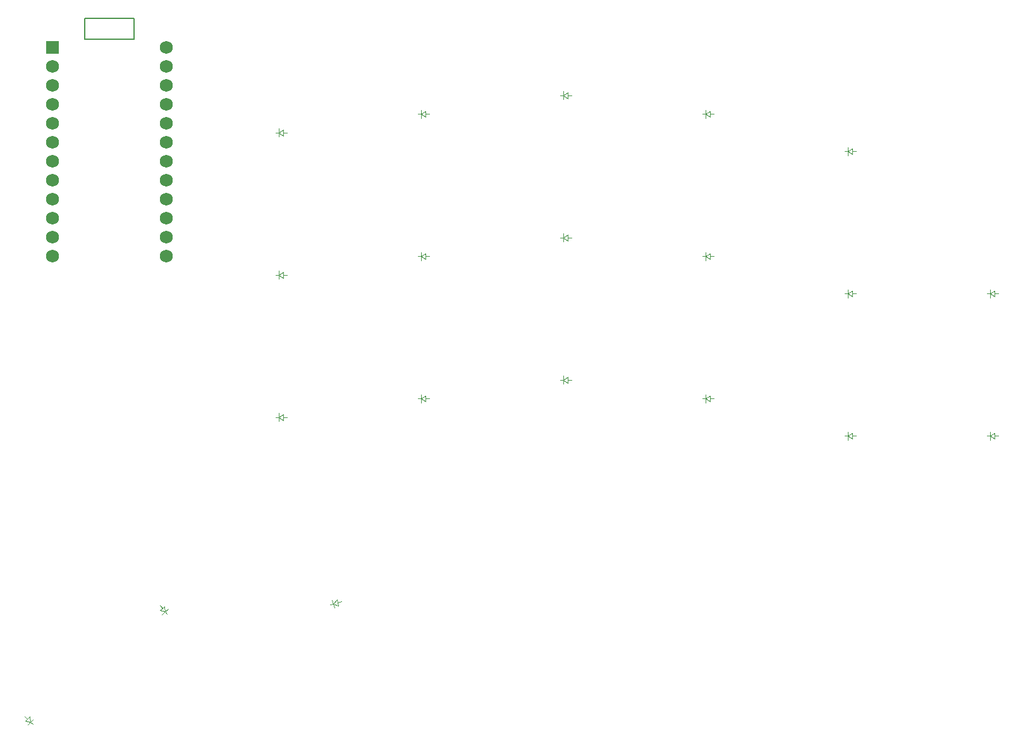
<source format=gbr>
%TF.GenerationSoftware,KiCad,Pcbnew,9.0.7*%
%TF.CreationDate,2026-02-08T22:38:48+02:00*%
%TF.ProjectId,juubo_right_unfinished,6a757562-6f5f-4726-9967-68745f756e66,v1.0.0*%
%TF.SameCoordinates,Original*%
%TF.FileFunction,Legend,Bot*%
%TF.FilePolarity,Positive*%
%FSLAX46Y46*%
G04 Gerber Fmt 4.6, Leading zero omitted, Abs format (unit mm)*
G04 Created by KiCad (PCBNEW 9.0.7) date 2026-02-08 22:38:48*
%MOMM*%
%LPD*%
G01*
G04 APERTURE LIST*
%ADD10C,0.150000*%
%ADD11C,0.100000*%
%ADD12R,1.752600X1.752600*%
%ADD13C,1.752600*%
G04 APERTURE END LIST*
D10*
%TO.C,T1*%
X143230000Y-103460500D02*
X143230000Y-106310500D01*
X143230000Y-106310500D02*
X149830000Y-106310500D01*
X146530000Y-103460500D02*
X143230000Y-103460500D01*
X146530000Y-103460500D02*
X149830000Y-103460500D01*
X148480000Y-103460500D02*
X144580000Y-103460500D01*
X149830000Y-106310500D02*
X149830000Y-103460500D01*
D11*
%TO.C,D9*%
X206930000Y-151900000D02*
X207330000Y-151900000D01*
X207330000Y-151900000D02*
X207330000Y-151350000D01*
X207330000Y-151900000D02*
X207330000Y-152450000D01*
X207330000Y-151900000D02*
X207930000Y-151500000D01*
X207930000Y-151500000D02*
X207930000Y-152300000D01*
X207930000Y-151900000D02*
X208430000Y-151900000D01*
X207930000Y-152300000D02*
X207330000Y-151900000D01*
%TO.C,D6*%
X225980000Y-154400000D02*
X226380000Y-154400000D01*
X226380000Y-154400000D02*
X226380000Y-153850000D01*
X226380000Y-154400000D02*
X226380000Y-154950000D01*
X226380000Y-154400000D02*
X226980000Y-154000000D01*
X226980000Y-154000000D02*
X226980000Y-154800000D01*
X226980000Y-154400000D02*
X227480000Y-154400000D01*
X226980000Y-154800000D02*
X226380000Y-154400000D01*
%TO.C,D4*%
X245030000Y-140350000D02*
X245430000Y-140350000D01*
X245430000Y-140350000D02*
X245430000Y-139800000D01*
X245430000Y-140350000D02*
X245430000Y-140900000D01*
X245430000Y-140350000D02*
X246030000Y-139950000D01*
X246030000Y-139950000D02*
X246030000Y-140750000D01*
X246030000Y-140350000D02*
X246530000Y-140350000D01*
X246030000Y-140750000D02*
X245430000Y-140350000D01*
%TO.C,D16*%
X168830000Y-137850000D02*
X169230000Y-137850000D01*
X169230000Y-137850000D02*
X169230000Y-137300000D01*
X169230000Y-137850000D02*
X169230000Y-138400000D01*
X169230000Y-137850000D02*
X169830000Y-137450000D01*
X169830000Y-137450000D02*
X169830000Y-138250000D01*
X169830000Y-137850000D02*
X170330000Y-137850000D01*
X169830000Y-138250000D02*
X169230000Y-137850000D01*
%TO.C,D15*%
X168830000Y-156900000D02*
X169230000Y-156900000D01*
X169230000Y-156900000D02*
X169230000Y-156350000D01*
X169230000Y-156900000D02*
X169230000Y-157450000D01*
X169230000Y-156900000D02*
X169830000Y-156500000D01*
X169830000Y-156500000D02*
X169830000Y-157300000D01*
X169830000Y-156900000D02*
X170330000Y-156900000D01*
X169830000Y-157300000D02*
X169230000Y-156900000D01*
%TO.C,D13*%
X187880000Y-135350000D02*
X188280000Y-135350000D01*
X188280000Y-135350000D02*
X188280000Y-134800000D01*
X188280000Y-135350000D02*
X188280000Y-135900000D01*
X188280000Y-135350000D02*
X188880000Y-134950000D01*
X188880000Y-134950000D02*
X188880000Y-135750000D01*
X188880000Y-135350000D02*
X189380000Y-135350000D01*
X188880000Y-135750000D02*
X188280000Y-135350000D01*
%TO.C,D2*%
X264080000Y-140350000D02*
X264480000Y-140350000D01*
X264480000Y-140350000D02*
X264480000Y-139800000D01*
X264480000Y-140350000D02*
X264480000Y-140900000D01*
X264480000Y-140350000D02*
X265080000Y-139950000D01*
X265080000Y-139950000D02*
X265080000Y-140750000D01*
X265080000Y-140350000D02*
X265580000Y-140350000D01*
X265080000Y-140750000D02*
X264480000Y-140350000D01*
%TO.C,D7*%
X225980000Y-135350000D02*
X226380000Y-135350000D01*
X226380000Y-135350000D02*
X226380000Y-134800000D01*
X226380000Y-135350000D02*
X226380000Y-135900000D01*
X226380000Y-135350000D02*
X226980000Y-134950000D01*
X226980000Y-134950000D02*
X226980000Y-135750000D01*
X226980000Y-135350000D02*
X227480000Y-135350000D01*
X226980000Y-135750000D02*
X226380000Y-135350000D01*
%TO.C,D10*%
X206930000Y-132850000D02*
X207330000Y-132850000D01*
X207330000Y-132850000D02*
X207330000Y-132300000D01*
X207330000Y-132850000D02*
X207330000Y-133400000D01*
X207330000Y-132850000D02*
X207930000Y-132450000D01*
X207930000Y-132450000D02*
X207930000Y-133250000D01*
X207930000Y-132850000D02*
X208430000Y-132850000D01*
X207930000Y-133250000D02*
X207330000Y-132850000D01*
%TO.C,D3*%
X245030000Y-159400000D02*
X245430000Y-159400000D01*
X245430000Y-159400000D02*
X245430000Y-158850000D01*
X245430000Y-159400000D02*
X245430000Y-159950000D01*
X245430000Y-159400000D02*
X246030000Y-159000000D01*
X246030000Y-159000000D02*
X246030000Y-159800000D01*
X246030000Y-159400000D02*
X246530000Y-159400000D01*
X246030000Y-159800000D02*
X245430000Y-159400000D01*
%TO.C,D8*%
X225980000Y-116300000D02*
X226380000Y-116300000D01*
X226380000Y-116300000D02*
X226380000Y-115750000D01*
X226380000Y-116300000D02*
X226380000Y-116850000D01*
X226380000Y-116300000D02*
X226980000Y-115900000D01*
X226980000Y-115900000D02*
X226980000Y-116700000D01*
X226980000Y-116300000D02*
X227480000Y-116300000D01*
X226980000Y-116700000D02*
X226380000Y-116300000D01*
%TO.C,D19*%
X153332452Y-182734573D02*
X153945288Y-182220343D01*
X153638870Y-182477458D02*
X153317476Y-182094436D01*
X153945288Y-182220343D02*
X154024543Y-182937085D01*
X154024543Y-182937085D02*
X153332452Y-182734573D01*
X154024543Y-182937085D02*
X153603218Y-183290618D01*
X154024543Y-182937085D02*
X154445867Y-182583551D01*
X154281658Y-183243502D02*
X154024543Y-182937085D01*
%TO.C,D1*%
X264080000Y-159400000D02*
X264480000Y-159400000D01*
X264480000Y-159400000D02*
X264480000Y-158850000D01*
X264480000Y-159400000D02*
X264480000Y-159950000D01*
X264480000Y-159400000D02*
X265080000Y-159000000D01*
X265080000Y-159000000D02*
X265080000Y-159800000D01*
X265080000Y-159400000D02*
X265580000Y-159400000D01*
X265080000Y-159800000D02*
X264480000Y-159400000D01*
%TO.C,D17*%
X168830000Y-118800000D02*
X169230000Y-118800000D01*
X169230000Y-118800000D02*
X169230000Y-118250000D01*
X169230000Y-118800000D02*
X169230000Y-119350000D01*
X169230000Y-118800000D02*
X169830000Y-118400000D01*
X169830000Y-118400000D02*
X169830000Y-119200000D01*
X169830000Y-118800000D02*
X170330000Y-118800000D01*
X169830000Y-119200000D02*
X169230000Y-118800000D01*
%TO.C,D12*%
X187880000Y-154400000D02*
X188280000Y-154400000D01*
X188280000Y-154400000D02*
X188280000Y-153850000D01*
X188280000Y-154400000D02*
X188280000Y-154950000D01*
X188280000Y-154400000D02*
X188880000Y-154000000D01*
X188880000Y-154000000D02*
X188880000Y-154800000D01*
X188880000Y-154400000D02*
X189380000Y-154400000D01*
X188880000Y-154800000D02*
X188280000Y-154400000D01*
%TO.C,D20*%
X135300711Y-197560838D02*
X135866396Y-196995153D01*
X135583553Y-197277995D02*
X135230000Y-196924442D01*
X135866396Y-196995153D02*
X136007817Y-197702259D01*
X136007817Y-197702259D02*
X135300711Y-197560838D01*
X136007817Y-197702259D02*
X135618909Y-198091168D01*
X136007817Y-197702259D02*
X136396726Y-197313351D01*
X136290660Y-197985102D02*
X136007817Y-197702259D01*
%TO.C,D11*%
X206930000Y-113800000D02*
X207330000Y-113800000D01*
X207330000Y-113800000D02*
X207330000Y-113250000D01*
X207330000Y-113800000D02*
X207330000Y-114350000D01*
X207330000Y-113800000D02*
X207930000Y-113400000D01*
X207930000Y-113400000D02*
X207930000Y-114200000D01*
X207930000Y-113800000D02*
X208430000Y-113800000D01*
X207930000Y-114200000D02*
X207330000Y-113800000D01*
%TO.C,D14*%
X187880000Y-116300000D02*
X188280000Y-116300000D01*
X188280000Y-116300000D02*
X188280000Y-115750000D01*
X188280000Y-116300000D02*
X188280000Y-116850000D01*
X188280000Y-116300000D02*
X188880000Y-115900000D01*
X188880000Y-115900000D02*
X188880000Y-116700000D01*
X188880000Y-116300000D02*
X189380000Y-116300000D01*
X188880000Y-116700000D02*
X188280000Y-116300000D01*
%TO.C,D5*%
X245030000Y-121300000D02*
X245430000Y-121300000D01*
X245430000Y-121300000D02*
X245430000Y-120750000D01*
X245430000Y-121300000D02*
X245430000Y-121850000D01*
X245430000Y-121300000D02*
X246030000Y-120900000D01*
X246030000Y-120900000D02*
X246030000Y-121700000D01*
X246030000Y-121300000D02*
X246530000Y-121300000D01*
X246030000Y-121700000D02*
X245430000Y-121300000D01*
%TO.C,D18*%
X176149651Y-181973743D02*
X176536021Y-181870216D01*
X176536021Y-181870216D02*
X176393670Y-181338955D01*
X176536021Y-181870216D02*
X176678371Y-182401475D01*
X176536021Y-181870216D02*
X177012049Y-181328554D01*
X177012049Y-181328554D02*
X177219104Y-182101295D01*
X177115576Y-181714924D02*
X177598539Y-181585515D01*
X177219104Y-182101295D02*
X176536021Y-181870216D01*
%TD*%
D12*
%TO.C,MCU1*%
X138910000Y-107355000D03*
D13*
X138910000Y-109895000D03*
X138910000Y-112435000D03*
X138910000Y-114975000D03*
X138910000Y-117515000D03*
X138910000Y-120055000D03*
X138910000Y-122595000D03*
X138910000Y-125135000D03*
X138910000Y-127675000D03*
X138910000Y-130215000D03*
X138910000Y-132755000D03*
X138910000Y-135295000D03*
X154150000Y-107355000D03*
X154150000Y-109895000D03*
X154150000Y-112435000D03*
X154150000Y-114975000D03*
X154150000Y-117515000D03*
X154150000Y-120055000D03*
X154150000Y-122595000D03*
X154150000Y-125135000D03*
X154150000Y-127675000D03*
X154150000Y-130215000D03*
X154150000Y-132755000D03*
X154150000Y-135295000D03*
%TD*%
M02*

</source>
